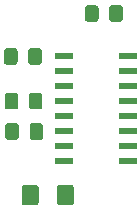
<source format=gbr>
G04 #@! TF.GenerationSoftware,KiCad,Pcbnew,(5.1.5)-3*
G04 #@! TF.CreationDate,2020-05-21T16:28:18-04:00*
G04 #@! TF.ProjectId,RS232_TTL_Female,52533233-325f-4545-944c-5f46656d616c,rev?*
G04 #@! TF.SameCoordinates,Original*
G04 #@! TF.FileFunction,Paste,Top*
G04 #@! TF.FilePolarity,Positive*
%FSLAX46Y46*%
G04 Gerber Fmt 4.6, Leading zero omitted, Abs format (unit mm)*
G04 Created by KiCad (PCBNEW (5.1.5)-3) date 2020-05-21 16:28:18*
%MOMM*%
%LPD*%
G04 APERTURE LIST*
%ADD10C,0.100000*%
%ADD11R,1.500000X0.600000*%
G04 APERTURE END LIST*
D10*
G36*
X75432405Y-48352504D02*
G01*
X75456673Y-48356104D01*
X75480472Y-48362065D01*
X75503571Y-48370330D01*
X75525750Y-48380820D01*
X75546793Y-48393432D01*
X75566499Y-48408047D01*
X75584677Y-48424523D01*
X75601153Y-48442701D01*
X75615768Y-48462407D01*
X75628380Y-48483450D01*
X75638870Y-48505629D01*
X75647135Y-48528728D01*
X75653096Y-48552527D01*
X75656696Y-48576795D01*
X75657900Y-48601299D01*
X75657900Y-49501301D01*
X75656696Y-49525805D01*
X75653096Y-49550073D01*
X75647135Y-49573872D01*
X75638870Y-49596971D01*
X75628380Y-49619150D01*
X75615768Y-49640193D01*
X75601153Y-49659899D01*
X75584677Y-49678077D01*
X75566499Y-49694553D01*
X75546793Y-49709168D01*
X75525750Y-49721780D01*
X75503571Y-49732270D01*
X75480472Y-49740535D01*
X75456673Y-49746496D01*
X75432405Y-49750096D01*
X75407901Y-49751300D01*
X74757899Y-49751300D01*
X74733395Y-49750096D01*
X74709127Y-49746496D01*
X74685328Y-49740535D01*
X74662229Y-49732270D01*
X74640050Y-49721780D01*
X74619007Y-49709168D01*
X74599301Y-49694553D01*
X74581123Y-49678077D01*
X74564647Y-49659899D01*
X74550032Y-49640193D01*
X74537420Y-49619150D01*
X74526930Y-49596971D01*
X74518665Y-49573872D01*
X74512704Y-49550073D01*
X74509104Y-49525805D01*
X74507900Y-49501301D01*
X74507900Y-48601299D01*
X74509104Y-48576795D01*
X74512704Y-48552527D01*
X74518665Y-48528728D01*
X74526930Y-48505629D01*
X74537420Y-48483450D01*
X74550032Y-48462407D01*
X74564647Y-48442701D01*
X74581123Y-48424523D01*
X74599301Y-48408047D01*
X74619007Y-48393432D01*
X74640050Y-48380820D01*
X74662229Y-48370330D01*
X74685328Y-48362065D01*
X74709127Y-48356104D01*
X74733395Y-48352504D01*
X74757899Y-48351300D01*
X75407901Y-48351300D01*
X75432405Y-48352504D01*
G37*
G36*
X73382405Y-48352504D02*
G01*
X73406673Y-48356104D01*
X73430472Y-48362065D01*
X73453571Y-48370330D01*
X73475750Y-48380820D01*
X73496793Y-48393432D01*
X73516499Y-48408047D01*
X73534677Y-48424523D01*
X73551153Y-48442701D01*
X73565768Y-48462407D01*
X73578380Y-48483450D01*
X73588870Y-48505629D01*
X73597135Y-48528728D01*
X73603096Y-48552527D01*
X73606696Y-48576795D01*
X73607900Y-48601299D01*
X73607900Y-49501301D01*
X73606696Y-49525805D01*
X73603096Y-49550073D01*
X73597135Y-49573872D01*
X73588870Y-49596971D01*
X73578380Y-49619150D01*
X73565768Y-49640193D01*
X73551153Y-49659899D01*
X73534677Y-49678077D01*
X73516499Y-49694553D01*
X73496793Y-49709168D01*
X73475750Y-49721780D01*
X73453571Y-49732270D01*
X73430472Y-49740535D01*
X73406673Y-49746496D01*
X73382405Y-49750096D01*
X73357901Y-49751300D01*
X72707899Y-49751300D01*
X72683395Y-49750096D01*
X72659127Y-49746496D01*
X72635328Y-49740535D01*
X72612229Y-49732270D01*
X72590050Y-49721780D01*
X72569007Y-49709168D01*
X72549301Y-49694553D01*
X72531123Y-49678077D01*
X72514647Y-49659899D01*
X72500032Y-49640193D01*
X72487420Y-49619150D01*
X72476930Y-49596971D01*
X72468665Y-49573872D01*
X72462704Y-49550073D01*
X72459104Y-49525805D01*
X72457900Y-49501301D01*
X72457900Y-48601299D01*
X72459104Y-48576795D01*
X72462704Y-48552527D01*
X72468665Y-48528728D01*
X72476930Y-48505629D01*
X72487420Y-48483450D01*
X72500032Y-48462407D01*
X72514647Y-48442701D01*
X72531123Y-48424523D01*
X72549301Y-48408047D01*
X72569007Y-48393432D01*
X72590050Y-48380820D01*
X72612229Y-48370330D01*
X72635328Y-48362065D01*
X72659127Y-48356104D01*
X72683395Y-48352504D01*
X72707899Y-48351300D01*
X73357901Y-48351300D01*
X73382405Y-48352504D01*
G37*
G36*
X73445905Y-52137104D02*
G01*
X73470173Y-52140704D01*
X73493972Y-52146665D01*
X73517071Y-52154930D01*
X73539250Y-52165420D01*
X73560293Y-52178032D01*
X73579999Y-52192647D01*
X73598177Y-52209123D01*
X73614653Y-52227301D01*
X73629268Y-52247007D01*
X73641880Y-52268050D01*
X73652370Y-52290229D01*
X73660635Y-52313328D01*
X73666596Y-52337127D01*
X73670196Y-52361395D01*
X73671400Y-52385899D01*
X73671400Y-53285901D01*
X73670196Y-53310405D01*
X73666596Y-53334673D01*
X73660635Y-53358472D01*
X73652370Y-53381571D01*
X73641880Y-53403750D01*
X73629268Y-53424793D01*
X73614653Y-53444499D01*
X73598177Y-53462677D01*
X73579999Y-53479153D01*
X73560293Y-53493768D01*
X73539250Y-53506380D01*
X73517071Y-53516870D01*
X73493972Y-53525135D01*
X73470173Y-53531096D01*
X73445905Y-53534696D01*
X73421401Y-53535900D01*
X72771399Y-53535900D01*
X72746895Y-53534696D01*
X72722627Y-53531096D01*
X72698828Y-53525135D01*
X72675729Y-53516870D01*
X72653550Y-53506380D01*
X72632507Y-53493768D01*
X72612801Y-53479153D01*
X72594623Y-53462677D01*
X72578147Y-53444499D01*
X72563532Y-53424793D01*
X72550920Y-53403750D01*
X72540430Y-53381571D01*
X72532165Y-53358472D01*
X72526204Y-53334673D01*
X72522604Y-53310405D01*
X72521400Y-53285901D01*
X72521400Y-52385899D01*
X72522604Y-52361395D01*
X72526204Y-52337127D01*
X72532165Y-52313328D01*
X72540430Y-52290229D01*
X72550920Y-52268050D01*
X72563532Y-52247007D01*
X72578147Y-52227301D01*
X72594623Y-52209123D01*
X72612801Y-52192647D01*
X72632507Y-52178032D01*
X72653550Y-52165420D01*
X72675729Y-52154930D01*
X72698828Y-52146665D01*
X72722627Y-52140704D01*
X72746895Y-52137104D01*
X72771399Y-52135900D01*
X73421401Y-52135900D01*
X73445905Y-52137104D01*
G37*
G36*
X75495905Y-52137104D02*
G01*
X75520173Y-52140704D01*
X75543972Y-52146665D01*
X75567071Y-52154930D01*
X75589250Y-52165420D01*
X75610293Y-52178032D01*
X75629999Y-52192647D01*
X75648177Y-52209123D01*
X75664653Y-52227301D01*
X75679268Y-52247007D01*
X75691880Y-52268050D01*
X75702370Y-52290229D01*
X75710635Y-52313328D01*
X75716596Y-52337127D01*
X75720196Y-52361395D01*
X75721400Y-52385899D01*
X75721400Y-53285901D01*
X75720196Y-53310405D01*
X75716596Y-53334673D01*
X75710635Y-53358472D01*
X75702370Y-53381571D01*
X75691880Y-53403750D01*
X75679268Y-53424793D01*
X75664653Y-53444499D01*
X75648177Y-53462677D01*
X75629999Y-53479153D01*
X75610293Y-53493768D01*
X75589250Y-53506380D01*
X75567071Y-53516870D01*
X75543972Y-53525135D01*
X75520173Y-53531096D01*
X75495905Y-53534696D01*
X75471401Y-53535900D01*
X74821399Y-53535900D01*
X74796895Y-53534696D01*
X74772627Y-53531096D01*
X74748828Y-53525135D01*
X74725729Y-53516870D01*
X74703550Y-53506380D01*
X74682507Y-53493768D01*
X74662801Y-53479153D01*
X74644623Y-53462677D01*
X74628147Y-53444499D01*
X74613532Y-53424793D01*
X74600920Y-53403750D01*
X74590430Y-53381571D01*
X74582165Y-53358472D01*
X74576204Y-53334673D01*
X74572604Y-53310405D01*
X74571400Y-53285901D01*
X74571400Y-52385899D01*
X74572604Y-52361395D01*
X74576204Y-52337127D01*
X74582165Y-52313328D01*
X74590430Y-52290229D01*
X74600920Y-52268050D01*
X74613532Y-52247007D01*
X74628147Y-52227301D01*
X74644623Y-52209123D01*
X74662801Y-52192647D01*
X74682507Y-52178032D01*
X74703550Y-52165420D01*
X74725729Y-52154930D01*
X74748828Y-52146665D01*
X74772627Y-52140704D01*
X74796895Y-52137104D01*
X74821399Y-52135900D01*
X75471401Y-52135900D01*
X75495905Y-52137104D01*
G37*
G36*
X82290405Y-44720304D02*
G01*
X82314673Y-44723904D01*
X82338472Y-44729865D01*
X82361571Y-44738130D01*
X82383750Y-44748620D01*
X82404793Y-44761232D01*
X82424499Y-44775847D01*
X82442677Y-44792323D01*
X82459153Y-44810501D01*
X82473768Y-44830207D01*
X82486380Y-44851250D01*
X82496870Y-44873429D01*
X82505135Y-44896528D01*
X82511096Y-44920327D01*
X82514696Y-44944595D01*
X82515900Y-44969099D01*
X82515900Y-45869101D01*
X82514696Y-45893605D01*
X82511096Y-45917873D01*
X82505135Y-45941672D01*
X82496870Y-45964771D01*
X82486380Y-45986950D01*
X82473768Y-46007993D01*
X82459153Y-46027699D01*
X82442677Y-46045877D01*
X82424499Y-46062353D01*
X82404793Y-46076968D01*
X82383750Y-46089580D01*
X82361571Y-46100070D01*
X82338472Y-46108335D01*
X82314673Y-46114296D01*
X82290405Y-46117896D01*
X82265901Y-46119100D01*
X81615899Y-46119100D01*
X81591395Y-46117896D01*
X81567127Y-46114296D01*
X81543328Y-46108335D01*
X81520229Y-46100070D01*
X81498050Y-46089580D01*
X81477007Y-46076968D01*
X81457301Y-46062353D01*
X81439123Y-46045877D01*
X81422647Y-46027699D01*
X81408032Y-46007993D01*
X81395420Y-45986950D01*
X81384930Y-45964771D01*
X81376665Y-45941672D01*
X81370704Y-45917873D01*
X81367104Y-45893605D01*
X81365900Y-45869101D01*
X81365900Y-44969099D01*
X81367104Y-44944595D01*
X81370704Y-44920327D01*
X81376665Y-44896528D01*
X81384930Y-44873429D01*
X81395420Y-44851250D01*
X81408032Y-44830207D01*
X81422647Y-44810501D01*
X81439123Y-44792323D01*
X81457301Y-44775847D01*
X81477007Y-44761232D01*
X81498050Y-44748620D01*
X81520229Y-44738130D01*
X81543328Y-44729865D01*
X81567127Y-44723904D01*
X81591395Y-44720304D01*
X81615899Y-44719100D01*
X82265901Y-44719100D01*
X82290405Y-44720304D01*
G37*
G36*
X80240405Y-44720304D02*
G01*
X80264673Y-44723904D01*
X80288472Y-44729865D01*
X80311571Y-44738130D01*
X80333750Y-44748620D01*
X80354793Y-44761232D01*
X80374499Y-44775847D01*
X80392677Y-44792323D01*
X80409153Y-44810501D01*
X80423768Y-44830207D01*
X80436380Y-44851250D01*
X80446870Y-44873429D01*
X80455135Y-44896528D01*
X80461096Y-44920327D01*
X80464696Y-44944595D01*
X80465900Y-44969099D01*
X80465900Y-45869101D01*
X80464696Y-45893605D01*
X80461096Y-45917873D01*
X80455135Y-45941672D01*
X80446870Y-45964771D01*
X80436380Y-45986950D01*
X80423768Y-46007993D01*
X80409153Y-46027699D01*
X80392677Y-46045877D01*
X80374499Y-46062353D01*
X80354793Y-46076968D01*
X80333750Y-46089580D01*
X80311571Y-46100070D01*
X80288472Y-46108335D01*
X80264673Y-46114296D01*
X80240405Y-46117896D01*
X80215901Y-46119100D01*
X79565899Y-46119100D01*
X79541395Y-46117896D01*
X79517127Y-46114296D01*
X79493328Y-46108335D01*
X79470229Y-46100070D01*
X79448050Y-46089580D01*
X79427007Y-46076968D01*
X79407301Y-46062353D01*
X79389123Y-46045877D01*
X79372647Y-46027699D01*
X79358032Y-46007993D01*
X79345420Y-45986950D01*
X79334930Y-45964771D01*
X79326665Y-45941672D01*
X79320704Y-45917873D01*
X79317104Y-45893605D01*
X79315900Y-45869101D01*
X79315900Y-44969099D01*
X79317104Y-44944595D01*
X79320704Y-44920327D01*
X79326665Y-44896528D01*
X79334930Y-44873429D01*
X79345420Y-44851250D01*
X79358032Y-44830207D01*
X79372647Y-44810501D01*
X79389123Y-44792323D01*
X79407301Y-44775847D01*
X79427007Y-44761232D01*
X79448050Y-44748620D01*
X79470229Y-44738130D01*
X79493328Y-44729865D01*
X79517127Y-44723904D01*
X79541395Y-44720304D01*
X79565899Y-44719100D01*
X80215901Y-44719100D01*
X80240405Y-44720304D01*
G37*
G36*
X75546705Y-54702504D02*
G01*
X75570973Y-54706104D01*
X75594772Y-54712065D01*
X75617871Y-54720330D01*
X75640050Y-54730820D01*
X75661093Y-54743432D01*
X75680799Y-54758047D01*
X75698977Y-54774523D01*
X75715453Y-54792701D01*
X75730068Y-54812407D01*
X75742680Y-54833450D01*
X75753170Y-54855629D01*
X75761435Y-54878728D01*
X75767396Y-54902527D01*
X75770996Y-54926795D01*
X75772200Y-54951299D01*
X75772200Y-55851301D01*
X75770996Y-55875805D01*
X75767396Y-55900073D01*
X75761435Y-55923872D01*
X75753170Y-55946971D01*
X75742680Y-55969150D01*
X75730068Y-55990193D01*
X75715453Y-56009899D01*
X75698977Y-56028077D01*
X75680799Y-56044553D01*
X75661093Y-56059168D01*
X75640050Y-56071780D01*
X75617871Y-56082270D01*
X75594772Y-56090535D01*
X75570973Y-56096496D01*
X75546705Y-56100096D01*
X75522201Y-56101300D01*
X74872199Y-56101300D01*
X74847695Y-56100096D01*
X74823427Y-56096496D01*
X74799628Y-56090535D01*
X74776529Y-56082270D01*
X74754350Y-56071780D01*
X74733307Y-56059168D01*
X74713601Y-56044553D01*
X74695423Y-56028077D01*
X74678947Y-56009899D01*
X74664332Y-55990193D01*
X74651720Y-55969150D01*
X74641230Y-55946971D01*
X74632965Y-55923872D01*
X74627004Y-55900073D01*
X74623404Y-55875805D01*
X74622200Y-55851301D01*
X74622200Y-54951299D01*
X74623404Y-54926795D01*
X74627004Y-54902527D01*
X74632965Y-54878728D01*
X74641230Y-54855629D01*
X74651720Y-54833450D01*
X74664332Y-54812407D01*
X74678947Y-54792701D01*
X74695423Y-54774523D01*
X74713601Y-54758047D01*
X74733307Y-54743432D01*
X74754350Y-54730820D01*
X74776529Y-54720330D01*
X74799628Y-54712065D01*
X74823427Y-54706104D01*
X74847695Y-54702504D01*
X74872199Y-54701300D01*
X75522201Y-54701300D01*
X75546705Y-54702504D01*
G37*
G36*
X73496705Y-54702504D02*
G01*
X73520973Y-54706104D01*
X73544772Y-54712065D01*
X73567871Y-54720330D01*
X73590050Y-54730820D01*
X73611093Y-54743432D01*
X73630799Y-54758047D01*
X73648977Y-54774523D01*
X73665453Y-54792701D01*
X73680068Y-54812407D01*
X73692680Y-54833450D01*
X73703170Y-54855629D01*
X73711435Y-54878728D01*
X73717396Y-54902527D01*
X73720996Y-54926795D01*
X73722200Y-54951299D01*
X73722200Y-55851301D01*
X73720996Y-55875805D01*
X73717396Y-55900073D01*
X73711435Y-55923872D01*
X73703170Y-55946971D01*
X73692680Y-55969150D01*
X73680068Y-55990193D01*
X73665453Y-56009899D01*
X73648977Y-56028077D01*
X73630799Y-56044553D01*
X73611093Y-56059168D01*
X73590050Y-56071780D01*
X73567871Y-56082270D01*
X73544772Y-56090535D01*
X73520973Y-56096496D01*
X73496705Y-56100096D01*
X73472201Y-56101300D01*
X72822199Y-56101300D01*
X72797695Y-56100096D01*
X72773427Y-56096496D01*
X72749628Y-56090535D01*
X72726529Y-56082270D01*
X72704350Y-56071780D01*
X72683307Y-56059168D01*
X72663601Y-56044553D01*
X72645423Y-56028077D01*
X72628947Y-56009899D01*
X72614332Y-55990193D01*
X72601720Y-55969150D01*
X72591230Y-55946971D01*
X72582965Y-55923872D01*
X72577004Y-55900073D01*
X72573404Y-55875805D01*
X72572200Y-55851301D01*
X72572200Y-54951299D01*
X72573404Y-54926795D01*
X72577004Y-54902527D01*
X72582965Y-54878728D01*
X72591230Y-54855629D01*
X72601720Y-54833450D01*
X72614332Y-54812407D01*
X72628947Y-54792701D01*
X72645423Y-54774523D01*
X72663601Y-54758047D01*
X72683307Y-54743432D01*
X72704350Y-54730820D01*
X72726529Y-54720330D01*
X72749628Y-54712065D01*
X72773427Y-54706104D01*
X72797695Y-54702504D01*
X72822199Y-54701300D01*
X73472201Y-54701300D01*
X73496705Y-54702504D01*
G37*
D11*
X77580900Y-49051300D03*
X77580900Y-50321300D03*
X77580900Y-51591300D03*
X77580900Y-52861300D03*
X77580900Y-54131300D03*
X77580900Y-55401300D03*
X77580900Y-56671300D03*
X77580900Y-57941300D03*
X82980900Y-57941300D03*
X82980900Y-56671300D03*
X82980900Y-55401300D03*
X82980900Y-54131300D03*
X82980900Y-52861300D03*
X82980900Y-51591300D03*
X82980900Y-50321300D03*
X82980900Y-49051300D03*
D10*
G36*
X75164304Y-59909004D02*
G01*
X75188573Y-59912604D01*
X75212371Y-59918565D01*
X75235471Y-59926830D01*
X75257649Y-59937320D01*
X75278693Y-59949933D01*
X75298398Y-59964547D01*
X75316577Y-59981023D01*
X75333053Y-59999202D01*
X75347667Y-60018907D01*
X75360280Y-60039951D01*
X75370770Y-60062129D01*
X75379035Y-60085229D01*
X75384996Y-60109027D01*
X75388596Y-60133296D01*
X75389800Y-60157800D01*
X75389800Y-61407800D01*
X75388596Y-61432304D01*
X75384996Y-61456573D01*
X75379035Y-61480371D01*
X75370770Y-61503471D01*
X75360280Y-61525649D01*
X75347667Y-61546693D01*
X75333053Y-61566398D01*
X75316577Y-61584577D01*
X75298398Y-61601053D01*
X75278693Y-61615667D01*
X75257649Y-61628280D01*
X75235471Y-61638770D01*
X75212371Y-61647035D01*
X75188573Y-61652996D01*
X75164304Y-61656596D01*
X75139800Y-61657800D01*
X74214800Y-61657800D01*
X74190296Y-61656596D01*
X74166027Y-61652996D01*
X74142229Y-61647035D01*
X74119129Y-61638770D01*
X74096951Y-61628280D01*
X74075907Y-61615667D01*
X74056202Y-61601053D01*
X74038023Y-61584577D01*
X74021547Y-61566398D01*
X74006933Y-61546693D01*
X73994320Y-61525649D01*
X73983830Y-61503471D01*
X73975565Y-61480371D01*
X73969604Y-61456573D01*
X73966004Y-61432304D01*
X73964800Y-61407800D01*
X73964800Y-60157800D01*
X73966004Y-60133296D01*
X73969604Y-60109027D01*
X73975565Y-60085229D01*
X73983830Y-60062129D01*
X73994320Y-60039951D01*
X74006933Y-60018907D01*
X74021547Y-59999202D01*
X74038023Y-59981023D01*
X74056202Y-59964547D01*
X74075907Y-59949933D01*
X74096951Y-59937320D01*
X74119129Y-59926830D01*
X74142229Y-59918565D01*
X74166027Y-59912604D01*
X74190296Y-59909004D01*
X74214800Y-59907800D01*
X75139800Y-59907800D01*
X75164304Y-59909004D01*
G37*
G36*
X78139304Y-59909004D02*
G01*
X78163573Y-59912604D01*
X78187371Y-59918565D01*
X78210471Y-59926830D01*
X78232649Y-59937320D01*
X78253693Y-59949933D01*
X78273398Y-59964547D01*
X78291577Y-59981023D01*
X78308053Y-59999202D01*
X78322667Y-60018907D01*
X78335280Y-60039951D01*
X78345770Y-60062129D01*
X78354035Y-60085229D01*
X78359996Y-60109027D01*
X78363596Y-60133296D01*
X78364800Y-60157800D01*
X78364800Y-61407800D01*
X78363596Y-61432304D01*
X78359996Y-61456573D01*
X78354035Y-61480371D01*
X78345770Y-61503471D01*
X78335280Y-61525649D01*
X78322667Y-61546693D01*
X78308053Y-61566398D01*
X78291577Y-61584577D01*
X78273398Y-61601053D01*
X78253693Y-61615667D01*
X78232649Y-61628280D01*
X78210471Y-61638770D01*
X78187371Y-61647035D01*
X78163573Y-61652996D01*
X78139304Y-61656596D01*
X78114800Y-61657800D01*
X77189800Y-61657800D01*
X77165296Y-61656596D01*
X77141027Y-61652996D01*
X77117229Y-61647035D01*
X77094129Y-61638770D01*
X77071951Y-61628280D01*
X77050907Y-61615667D01*
X77031202Y-61601053D01*
X77013023Y-61584577D01*
X76996547Y-61566398D01*
X76981933Y-61546693D01*
X76969320Y-61525649D01*
X76958830Y-61503471D01*
X76950565Y-61480371D01*
X76944604Y-61456573D01*
X76941004Y-61432304D01*
X76939800Y-61407800D01*
X76939800Y-60157800D01*
X76941004Y-60133296D01*
X76944604Y-60109027D01*
X76950565Y-60085229D01*
X76958830Y-60062129D01*
X76969320Y-60039951D01*
X76981933Y-60018907D01*
X76996547Y-59999202D01*
X77013023Y-59981023D01*
X77031202Y-59964547D01*
X77050907Y-59949933D01*
X77071951Y-59937320D01*
X77094129Y-59926830D01*
X77117229Y-59918565D01*
X77141027Y-59912604D01*
X77165296Y-59909004D01*
X77189800Y-59907800D01*
X78114800Y-59907800D01*
X78139304Y-59909004D01*
G37*
M02*

</source>
